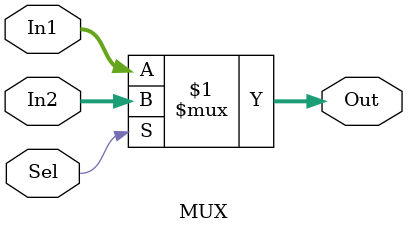
<source format=v>
module MUX (
    input       wire        [31:0]      In1,
    input       wire        [31:0]      In2,
    input       wire                    Sel,
    output      wire        [31:0]      Out
);

assign Out = (Sel)? In2 : In1;

endmodule
</source>
